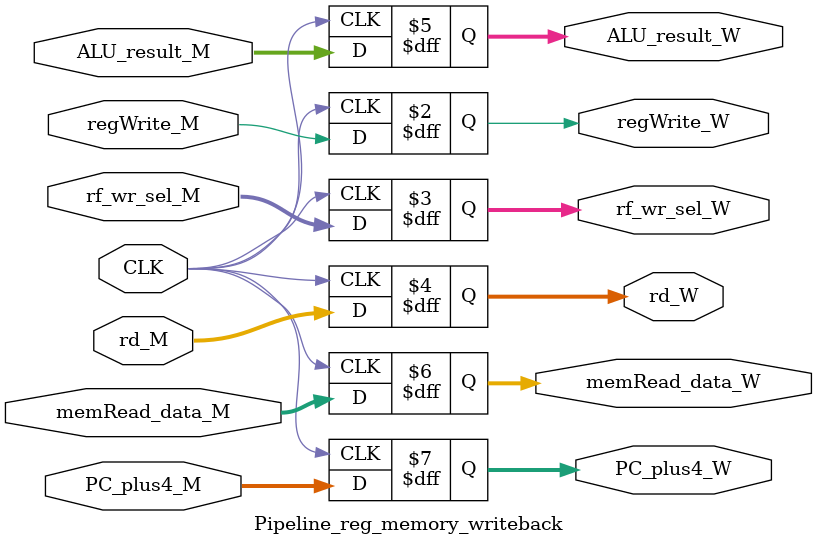
<source format=sv>
`timescale 1ns / 1ps

module Pipeline_reg_memory_writeback(
    input CLK,
    input regWrite_M,
    input [1:0] rf_wr_sel_M,
    input [4:0] rd_M,
    input [31:0] ALU_result_M,
    input [31:0] memRead_data_M,
    input [31:0] PC_plus4_M,
    output logic regWrite_W,
    output logic [1:0] rf_wr_sel_W,
    output logic [4:0] rd_W,
    output logic [31:0] ALU_result_W,
    output logic [31:0] memRead_data_W,
    output logic [31:0] PC_plus4_W
    );

    always_ff @(posedge CLK ) begin 
        regWrite_W <= regWrite_M;
        rf_wr_sel_W <= rf_wr_sel_M;
        rd_W <= rd_M;
        ALU_result_W <= ALU_result_M;
        memRead_data_W <= memRead_data_M;
        PC_plus4_W <= PC_plus4_M;
    end
endmodule

</source>
